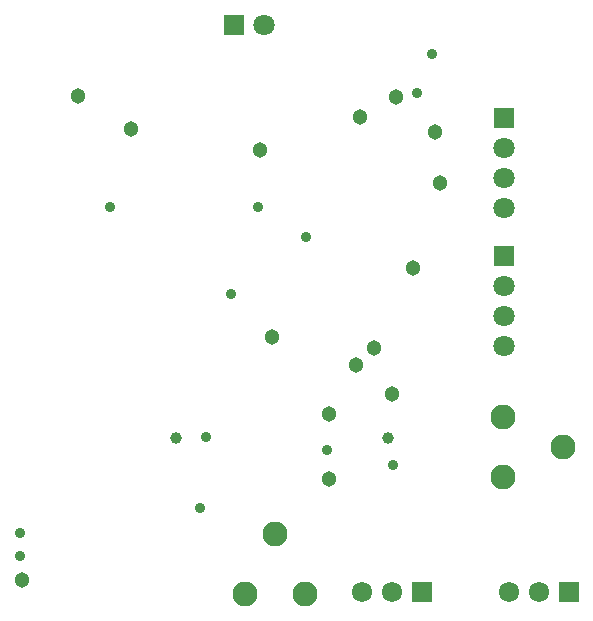
<source format=gbs>
G04*
G04 #@! TF.GenerationSoftware,Altium Limited,Altium Designer,21.3.2 (30)*
G04*
G04 Layer_Color=16711935*
%FSTAX24Y24*%
%MOIN*%
G70*
G04*
G04 #@! TF.SameCoordinates,7CAEB1DE-A824-4D29-B8D0-2D7E757E666D*
G04*
G04*
G04 #@! TF.FilePolarity,Negative*
G04*
G01*
G75*
%ADD42C,0.0830*%
%ADD43C,0.0678*%
%ADD44R,0.0678X0.0678*%
%ADD45C,0.0395*%
%ADD46R,0.0710X0.0710*%
%ADD47C,0.0710*%
%ADD48R,0.0710X0.0710*%
%ADD49C,0.0513*%
%ADD50C,0.0356*%
D42*
X012224Y001885D02*
D03*
X011224Y003885D02*
D03*
X010224Y001885D02*
D03*
X018824Y007785D02*
D03*
X020824Y006785D02*
D03*
X018824Y005785D02*
D03*
D43*
X014124Y001935D02*
D03*
X015124D02*
D03*
X019024Y001927D02*
D03*
X020024D02*
D03*
D44*
X016124Y001935D02*
D03*
X021024Y001927D02*
D03*
D45*
X007924Y007087D02*
D03*
X015011D02*
D03*
D46*
X009874Y020835D02*
D03*
D47*
X010874D02*
D03*
X018874Y012135D02*
D03*
Y011135D02*
D03*
Y010135D02*
D03*
Y016735D02*
D03*
Y015735D02*
D03*
Y014735D02*
D03*
D48*
Y013135D02*
D03*
Y017735D02*
D03*
D49*
X0028Y00235D02*
D03*
X01305Y0057D02*
D03*
X013024Y007885D02*
D03*
X01395Y0095D02*
D03*
X014524Y010085D02*
D03*
X011124Y010435D02*
D03*
X010724Y016685D02*
D03*
X006424Y017385D02*
D03*
X014074Y017785D02*
D03*
X004674Y018485D02*
D03*
X015124Y008535D02*
D03*
X015824Y012735D02*
D03*
X016724Y015585D02*
D03*
X016574Y017285D02*
D03*
X015274Y018435D02*
D03*
D50*
X00275Y00315D02*
D03*
Y0039D02*
D03*
X00875Y00475D02*
D03*
X012974Y006685D02*
D03*
X00895Y0071D02*
D03*
X009774Y011879D02*
D03*
X012274Y013785D02*
D03*
X010674Y014785D02*
D03*
X005724D02*
D03*
X015174Y006185D02*
D03*
X015974Y018585D02*
D03*
X016474Y019885D02*
D03*
M02*

</source>
